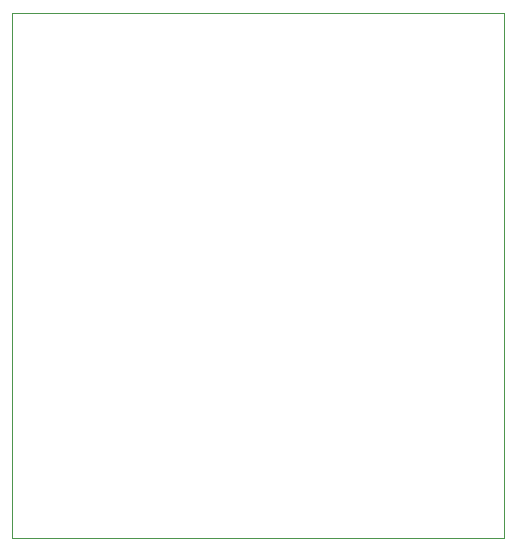
<source format=gbr>
G04 #@! TF.GenerationSoftware,KiCad,Pcbnew,5.1.6-c6e7f7d~87~ubuntu20.04.1*
G04 #@! TF.CreationDate,2020-07-24T16:02:03-06:00*
G04 #@! TF.ProjectId,heimdall_outsideboard,6865696d-6461-46c6-9c5f-6f7574736964,0.3*
G04 #@! TF.SameCoordinates,Original*
G04 #@! TF.FileFunction,Profile,NP*
%FSLAX46Y46*%
G04 Gerber Fmt 4.6, Leading zero omitted, Abs format (unit mm)*
G04 Created by KiCad (PCBNEW 5.1.6-c6e7f7d~87~ubuntu20.04.1) date 2020-07-24 16:02:03*
%MOMM*%
%LPD*%
G01*
G04 APERTURE LIST*
G04 #@! TA.AperFunction,Profile*
%ADD10C,0.025400*%
G04 #@! TD*
G04 APERTURE END LIST*
D10*
X50800000Y-76200000D02*
X92456000Y-76200000D01*
X50800000Y-76200000D02*
X50800000Y-120650000D01*
X50800000Y-120650000D02*
X92456000Y-120650000D01*
X92456000Y-76200000D02*
X92456000Y-120650000D01*
M02*

</source>
